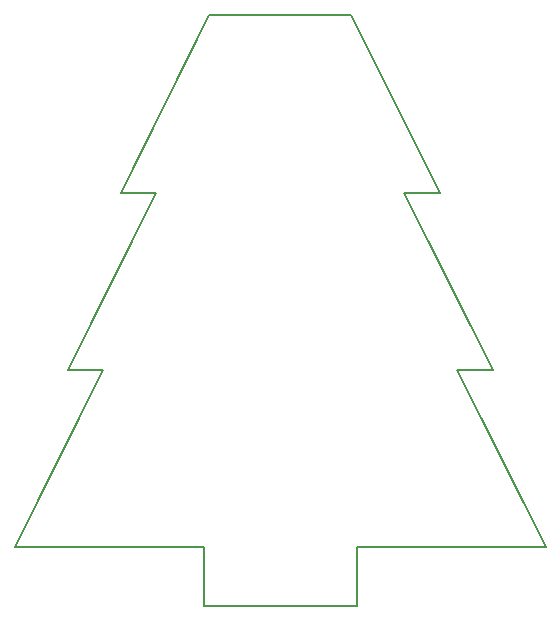
<source format=gm1>
G04 #@! TF.FileFunction,Profile,NP*
%FSLAX46Y46*%
G04 Gerber Fmt 4.6, Leading zero omitted, Abs format (unit mm)*
G04 Created by KiCad (PCBNEW 4.0.3-stable) date 11/02/16 23:14:01*
%MOMM*%
%LPD*%
G01*
G04 APERTURE LIST*
%ADD10C,0.100000*%
%ADD11C,0.200000*%
G04 APERTURE END LIST*
D10*
D11*
X148000000Y-115000000D02*
X145000000Y-115000000D01*
X140500000Y-100000000D02*
X148000000Y-115000000D01*
X143500000Y-100000000D02*
X140500000Y-100000000D01*
X136000000Y-85000000D02*
X143500000Y-100000000D01*
X124000000Y-85000000D02*
X136000000Y-85000000D01*
X116500000Y-100000000D02*
X124000000Y-85000000D01*
X119500000Y-100000000D02*
X116500000Y-100000000D01*
X112000000Y-115000000D02*
X119500000Y-100000000D01*
X115000000Y-115000000D02*
X112000000Y-115000000D01*
X107500000Y-130000000D02*
X115000000Y-115000000D01*
X123500000Y-130000000D02*
X107500000Y-130000000D01*
X152500000Y-130000000D02*
X136500000Y-130000000D01*
X145000000Y-115000000D02*
X152500000Y-130000000D01*
X123500000Y-135000000D02*
X123500000Y-130000000D01*
X136500000Y-135000000D02*
X136500000Y-130000000D01*
X123500000Y-135000000D02*
X136500000Y-135000000D01*
M02*

</source>
